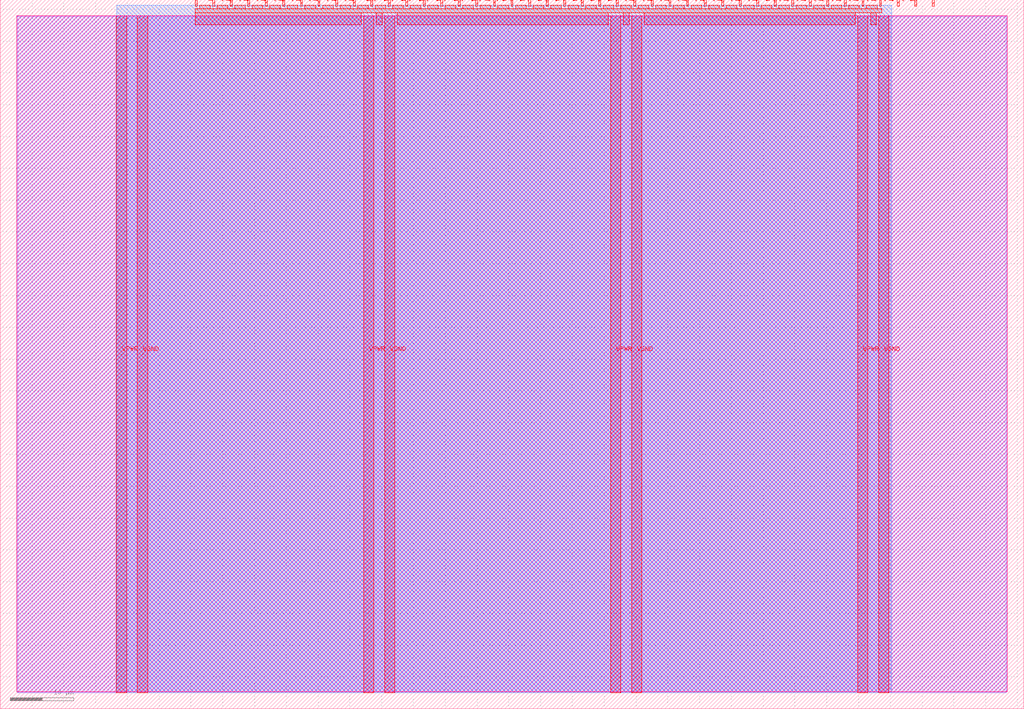
<source format=lef>
VERSION 5.7 ;
  NOWIREEXTENSIONATPIN ON ;
  DIVIDERCHAR "/" ;
  BUSBITCHARS "[]" ;
MACRO tt_um_wokwi_445163606906219521
  CLASS BLOCK ;
  FOREIGN tt_um_wokwi_445163606906219521 ;
  ORIGIN 0.000 0.000 ;
  SIZE 161.000 BY 111.520 ;
  PIN VGND
    DIRECTION INOUT ;
    USE GROUND ;
    PORT
      LAYER met4 ;
        RECT 21.580 2.480 23.180 109.040 ;
    END
    PORT
      LAYER met4 ;
        RECT 60.450 2.480 62.050 109.040 ;
    END
    PORT
      LAYER met4 ;
        RECT 99.320 2.480 100.920 109.040 ;
    END
    PORT
      LAYER met4 ;
        RECT 138.190 2.480 139.790 109.040 ;
    END
  END VGND
  PIN VPWR
    DIRECTION INOUT ;
    USE POWER ;
    PORT
      LAYER met4 ;
        RECT 18.280 2.480 19.880 109.040 ;
    END
    PORT
      LAYER met4 ;
        RECT 57.150 2.480 58.750 109.040 ;
    END
    PORT
      LAYER met4 ;
        RECT 96.020 2.480 97.620 109.040 ;
    END
    PORT
      LAYER met4 ;
        RECT 134.890 2.480 136.490 109.040 ;
    END
  END VPWR
  PIN clk
    DIRECTION INPUT ;
    USE SIGNAL ;
    PORT
      LAYER met4 ;
        RECT 143.830 110.520 144.130 111.520 ;
    END
  END clk
  PIN ena
    DIRECTION INPUT ;
    USE SIGNAL ;
    PORT
      LAYER met4 ;
        RECT 146.590 110.520 146.890 111.520 ;
    END
  END ena
  PIN rst_n
    DIRECTION INPUT ;
    USE SIGNAL ;
    PORT
      LAYER met4 ;
        RECT 141.070 110.520 141.370 111.520 ;
    END
  END rst_n
  PIN ui_in[0]
    DIRECTION INPUT ;
    USE SIGNAL ;
    ANTENNAGATEAREA 0.196500 ;
    PORT
      LAYER met4 ;
        RECT 138.310 110.520 138.610 111.520 ;
    END
  END ui_in[0]
  PIN ui_in[1]
    DIRECTION INPUT ;
    USE SIGNAL ;
    ANTENNAGATEAREA 0.196500 ;
    PORT
      LAYER met4 ;
        RECT 135.550 110.520 135.850 111.520 ;
    END
  END ui_in[1]
  PIN ui_in[2]
    DIRECTION INPUT ;
    USE SIGNAL ;
    ANTENNAGATEAREA 0.196500 ;
    PORT
      LAYER met4 ;
        RECT 132.790 110.520 133.090 111.520 ;
    END
  END ui_in[2]
  PIN ui_in[3]
    DIRECTION INPUT ;
    USE SIGNAL ;
    ANTENNAGATEAREA 0.196500 ;
    PORT
      LAYER met4 ;
        RECT 130.030 110.520 130.330 111.520 ;
    END
  END ui_in[3]
  PIN ui_in[4]
    DIRECTION INPUT ;
    USE SIGNAL ;
    PORT
      LAYER met4 ;
        RECT 127.270 110.520 127.570 111.520 ;
    END
  END ui_in[4]
  PIN ui_in[5]
    DIRECTION INPUT ;
    USE SIGNAL ;
    PORT
      LAYER met4 ;
        RECT 124.510 110.520 124.810 111.520 ;
    END
  END ui_in[5]
  PIN ui_in[6]
    DIRECTION INPUT ;
    USE SIGNAL ;
    PORT
      LAYER met4 ;
        RECT 121.750 110.520 122.050 111.520 ;
    END
  END ui_in[6]
  PIN ui_in[7]
    DIRECTION INPUT ;
    USE SIGNAL ;
    PORT
      LAYER met4 ;
        RECT 118.990 110.520 119.290 111.520 ;
    END
  END ui_in[7]
  PIN uio_in[0]
    DIRECTION INPUT ;
    USE SIGNAL ;
    PORT
      LAYER met4 ;
        RECT 116.230 110.520 116.530 111.520 ;
    END
  END uio_in[0]
  PIN uio_in[1]
    DIRECTION INPUT ;
    USE SIGNAL ;
    PORT
      LAYER met4 ;
        RECT 113.470 110.520 113.770 111.520 ;
    END
  END uio_in[1]
  PIN uio_in[2]
    DIRECTION INPUT ;
    USE SIGNAL ;
    PORT
      LAYER met4 ;
        RECT 110.710 110.520 111.010 111.520 ;
    END
  END uio_in[2]
  PIN uio_in[3]
    DIRECTION INPUT ;
    USE SIGNAL ;
    PORT
      LAYER met4 ;
        RECT 107.950 110.520 108.250 111.520 ;
    END
  END uio_in[3]
  PIN uio_in[4]
    DIRECTION INPUT ;
    USE SIGNAL ;
    PORT
      LAYER met4 ;
        RECT 105.190 110.520 105.490 111.520 ;
    END
  END uio_in[4]
  PIN uio_in[5]
    DIRECTION INPUT ;
    USE SIGNAL ;
    PORT
      LAYER met4 ;
        RECT 102.430 110.520 102.730 111.520 ;
    END
  END uio_in[5]
  PIN uio_in[6]
    DIRECTION INPUT ;
    USE SIGNAL ;
    PORT
      LAYER met4 ;
        RECT 99.670 110.520 99.970 111.520 ;
    END
  END uio_in[6]
  PIN uio_in[7]
    DIRECTION INPUT ;
    USE SIGNAL ;
    PORT
      LAYER met4 ;
        RECT 96.910 110.520 97.210 111.520 ;
    END
  END uio_in[7]
  PIN uio_oe[0]
    DIRECTION OUTPUT ;
    USE SIGNAL ;
    PORT
      LAYER met4 ;
        RECT 49.990 110.520 50.290 111.520 ;
    END
  END uio_oe[0]
  PIN uio_oe[1]
    DIRECTION OUTPUT ;
    USE SIGNAL ;
    PORT
      LAYER met4 ;
        RECT 47.230 110.520 47.530 111.520 ;
    END
  END uio_oe[1]
  PIN uio_oe[2]
    DIRECTION OUTPUT ;
    USE SIGNAL ;
    PORT
      LAYER met4 ;
        RECT 44.470 110.520 44.770 111.520 ;
    END
  END uio_oe[2]
  PIN uio_oe[3]
    DIRECTION OUTPUT ;
    USE SIGNAL ;
    PORT
      LAYER met4 ;
        RECT 41.710 110.520 42.010 111.520 ;
    END
  END uio_oe[3]
  PIN uio_oe[4]
    DIRECTION OUTPUT ;
    USE SIGNAL ;
    PORT
      LAYER met4 ;
        RECT 38.950 110.520 39.250 111.520 ;
    END
  END uio_oe[4]
  PIN uio_oe[5]
    DIRECTION OUTPUT ;
    USE SIGNAL ;
    PORT
      LAYER met4 ;
        RECT 36.190 110.520 36.490 111.520 ;
    END
  END uio_oe[5]
  PIN uio_oe[6]
    DIRECTION OUTPUT ;
    USE SIGNAL ;
    PORT
      LAYER met4 ;
        RECT 33.430 110.520 33.730 111.520 ;
    END
  END uio_oe[6]
  PIN uio_oe[7]
    DIRECTION OUTPUT ;
    USE SIGNAL ;
    PORT
      LAYER met4 ;
        RECT 30.670 110.520 30.970 111.520 ;
    END
  END uio_oe[7]
  PIN uio_out[0]
    DIRECTION OUTPUT ;
    USE SIGNAL ;
    PORT
      LAYER met4 ;
        RECT 72.070 110.520 72.370 111.520 ;
    END
  END uio_out[0]
  PIN uio_out[1]
    DIRECTION OUTPUT ;
    USE SIGNAL ;
    PORT
      LAYER met4 ;
        RECT 69.310 110.520 69.610 111.520 ;
    END
  END uio_out[1]
  PIN uio_out[2]
    DIRECTION OUTPUT ;
    USE SIGNAL ;
    PORT
      LAYER met4 ;
        RECT 66.550 110.520 66.850 111.520 ;
    END
  END uio_out[2]
  PIN uio_out[3]
    DIRECTION OUTPUT ;
    USE SIGNAL ;
    PORT
      LAYER met4 ;
        RECT 63.790 110.520 64.090 111.520 ;
    END
  END uio_out[3]
  PIN uio_out[4]
    DIRECTION OUTPUT ;
    USE SIGNAL ;
    PORT
      LAYER met4 ;
        RECT 61.030 110.520 61.330 111.520 ;
    END
  END uio_out[4]
  PIN uio_out[5]
    DIRECTION OUTPUT ;
    USE SIGNAL ;
    PORT
      LAYER met4 ;
        RECT 58.270 110.520 58.570 111.520 ;
    END
  END uio_out[5]
  PIN uio_out[6]
    DIRECTION OUTPUT ;
    USE SIGNAL ;
    PORT
      LAYER met4 ;
        RECT 55.510 110.520 55.810 111.520 ;
    END
  END uio_out[6]
  PIN uio_out[7]
    DIRECTION OUTPUT ;
    USE SIGNAL ;
    PORT
      LAYER met4 ;
        RECT 52.750 110.520 53.050 111.520 ;
    END
  END uio_out[7]
  PIN uo_out[0]
    DIRECTION OUTPUT ;
    USE SIGNAL ;
    ANTENNADIFFAREA 0.445500 ;
    PORT
      LAYER met4 ;
        RECT 94.150 110.520 94.450 111.520 ;
    END
  END uo_out[0]
  PIN uo_out[1]
    DIRECTION OUTPUT ;
    USE SIGNAL ;
    ANTENNADIFFAREA 0.445500 ;
    PORT
      LAYER met4 ;
        RECT 91.390 110.520 91.690 111.520 ;
    END
  END uo_out[1]
  PIN uo_out[2]
    DIRECTION OUTPUT ;
    USE SIGNAL ;
    ANTENNADIFFAREA 0.445500 ;
    PORT
      LAYER met4 ;
        RECT 88.630 110.520 88.930 111.520 ;
    END
  END uo_out[2]
  PIN uo_out[3]
    DIRECTION OUTPUT ;
    USE SIGNAL ;
    ANTENNADIFFAREA 0.445500 ;
    PORT
      LAYER met4 ;
        RECT 85.870 110.520 86.170 111.520 ;
    END
  END uo_out[3]
  PIN uo_out[4]
    DIRECTION OUTPUT ;
    USE SIGNAL ;
    ANTENNADIFFAREA 0.445500 ;
    PORT
      LAYER met4 ;
        RECT 83.110 110.520 83.410 111.520 ;
    END
  END uo_out[4]
  PIN uo_out[5]
    DIRECTION OUTPUT ;
    USE SIGNAL ;
    ANTENNADIFFAREA 0.445500 ;
    PORT
      LAYER met4 ;
        RECT 80.350 110.520 80.650 111.520 ;
    END
  END uo_out[5]
  PIN uo_out[6]
    DIRECTION OUTPUT ;
    USE SIGNAL ;
    ANTENNADIFFAREA 0.445500 ;
    PORT
      LAYER met4 ;
        RECT 77.590 110.520 77.890 111.520 ;
    END
  END uo_out[6]
  PIN uo_out[7]
    DIRECTION OUTPUT ;
    USE SIGNAL ;
    ANTENNADIFFAREA 0.445500 ;
    PORT
      LAYER met4 ;
        RECT 74.830 110.520 75.130 111.520 ;
    END
  END uo_out[7]
  OBS
      LAYER nwell ;
        RECT 2.570 2.635 158.430 108.990 ;
      LAYER li1 ;
        RECT 2.760 2.635 158.240 108.885 ;
      LAYER met1 ;
        RECT 2.760 2.480 158.240 109.040 ;
      LAYER met2 ;
        RECT 18.310 2.535 140.210 110.685 ;
      LAYER met3 ;
        RECT 18.290 2.555 140.235 110.665 ;
      LAYER met4 ;
        RECT 31.370 110.120 33.030 110.665 ;
        RECT 34.130 110.120 35.790 110.665 ;
        RECT 36.890 110.120 38.550 110.665 ;
        RECT 39.650 110.120 41.310 110.665 ;
        RECT 42.410 110.120 44.070 110.665 ;
        RECT 45.170 110.120 46.830 110.665 ;
        RECT 47.930 110.120 49.590 110.665 ;
        RECT 50.690 110.120 52.350 110.665 ;
        RECT 53.450 110.120 55.110 110.665 ;
        RECT 56.210 110.120 57.870 110.665 ;
        RECT 58.970 110.120 60.630 110.665 ;
        RECT 61.730 110.120 63.390 110.665 ;
        RECT 64.490 110.120 66.150 110.665 ;
        RECT 67.250 110.120 68.910 110.665 ;
        RECT 70.010 110.120 71.670 110.665 ;
        RECT 72.770 110.120 74.430 110.665 ;
        RECT 75.530 110.120 77.190 110.665 ;
        RECT 78.290 110.120 79.950 110.665 ;
        RECT 81.050 110.120 82.710 110.665 ;
        RECT 83.810 110.120 85.470 110.665 ;
        RECT 86.570 110.120 88.230 110.665 ;
        RECT 89.330 110.120 90.990 110.665 ;
        RECT 92.090 110.120 93.750 110.665 ;
        RECT 94.850 110.120 96.510 110.665 ;
        RECT 97.610 110.120 99.270 110.665 ;
        RECT 100.370 110.120 102.030 110.665 ;
        RECT 103.130 110.120 104.790 110.665 ;
        RECT 105.890 110.120 107.550 110.665 ;
        RECT 108.650 110.120 110.310 110.665 ;
        RECT 111.410 110.120 113.070 110.665 ;
        RECT 114.170 110.120 115.830 110.665 ;
        RECT 116.930 110.120 118.590 110.665 ;
        RECT 119.690 110.120 121.350 110.665 ;
        RECT 122.450 110.120 124.110 110.665 ;
        RECT 125.210 110.120 126.870 110.665 ;
        RECT 127.970 110.120 129.630 110.665 ;
        RECT 130.730 110.120 132.390 110.665 ;
        RECT 133.490 110.120 135.150 110.665 ;
        RECT 136.250 110.120 137.910 110.665 ;
        RECT 30.655 109.440 138.625 110.120 ;
        RECT 30.655 107.615 56.750 109.440 ;
        RECT 59.150 107.615 60.050 109.440 ;
        RECT 62.450 107.615 95.620 109.440 ;
        RECT 98.020 107.615 98.920 109.440 ;
        RECT 101.320 107.615 134.490 109.440 ;
        RECT 136.890 107.615 137.790 109.440 ;
  END
END tt_um_wokwi_445163606906219521
END LIBRARY


</source>
